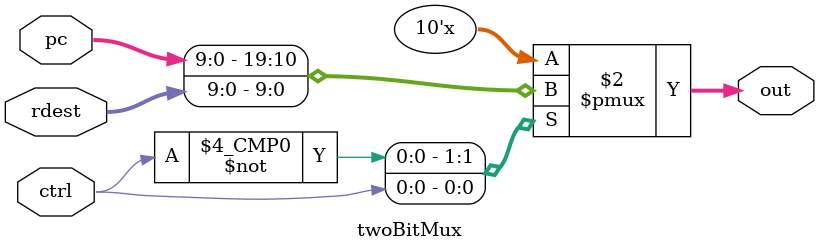
<source format=v>
`timescale 1ns / 1ps


module twoBitMux (rdest, pc, ctrl, out);
	
	input ctrl;
	input [9:0] rdest, pc;
	output reg[9:0] out;

always @(ctrl, rdest, pc)
begin
	case (ctrl)
	
	1'b0:
		begin
			out = pc;
		end
		
	1'b1:
		begin
			out = rdest;
		end
	default: out = rdest;
	endcase
end

endmodule
</source>
